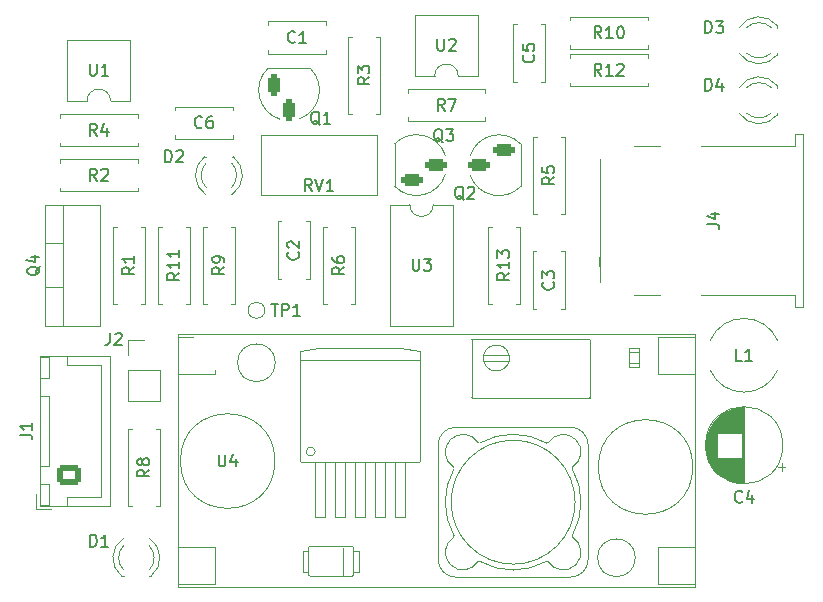
<source format=gto>
%TF.GenerationSoftware,KiCad,Pcbnew,(5.99.0-12255-gad1ee958b0)*%
%TF.CreationDate,2021-11-28T16:30:05+01:00*%
%TF.ProjectId,RPi_car_HAT,5250695f-6361-4725-9f48-41542e6b6963,rev?*%
%TF.SameCoordinates,Original*%
%TF.FileFunction,Legend,Top*%
%TF.FilePolarity,Positive*%
%FSLAX46Y46*%
G04 Gerber Fmt 4.6, Leading zero omitted, Abs format (unit mm)*
G04 Created by KiCad (PCBNEW (5.99.0-12255-gad1ee958b0)) date 2021-11-28 16:30:05*
%MOMM*%
%LPD*%
G01*
G04 APERTURE LIST*
G04 Aperture macros list*
%AMRoundRect*
0 Rectangle with rounded corners*
0 $1 Rounding radius*
0 $2 $3 $4 $5 $6 $7 $8 $9 X,Y pos of 4 corners*
0 Add a 4 corners polygon primitive as box body*
4,1,4,$2,$3,$4,$5,$6,$7,$8,$9,$2,$3,0*
0 Add four circle primitives for the rounded corners*
1,1,$1+$1,$2,$3*
1,1,$1+$1,$4,$5*
1,1,$1+$1,$6,$7*
1,1,$1+$1,$8,$9*
0 Add four rect primitives between the rounded corners*
20,1,$1+$1,$2,$3,$4,$5,0*
20,1,$1+$1,$4,$5,$6,$7,0*
20,1,$1+$1,$6,$7,$8,$9,0*
20,1,$1+$1,$8,$9,$2,$3,0*%
G04 Aperture macros list end*
%ADD10C,0.150000*%
%ADD11C,0.120000*%
%ADD12C,3.000000*%
%ADD13C,1.000000*%
%ADD14C,1.600000*%
%ADD15O,1.600000X1.600000*%
%ADD16C,1.440000*%
%ADD17R,1.600000X1.600000*%
%ADD18R,1.500000X1.500000*%
%ADD19C,1.500000*%
%ADD20R,1.800000X1.100000*%
%ADD21RoundRect,0.275000X0.625000X-0.275000X0.625000X0.275000X-0.625000X0.275000X-0.625000X-0.275000X0*%
%ADD22R,1.800000X1.800000*%
%ADD23C,1.800000*%
%ADD24RoundRect,0.275000X-0.625000X0.275000X-0.625000X-0.275000X0.625000X-0.275000X0.625000X0.275000X0*%
%ADD25RoundRect,0.250000X0.725000X-0.600000X0.725000X0.600000X-0.725000X0.600000X-0.725000X-0.600000X0*%
%ADD26O,1.950000X1.700000*%
%ADD27R,1.100000X1.800000*%
%ADD28RoundRect,0.275000X0.275000X0.625000X-0.275000X0.625000X-0.275000X-0.625000X0.275000X-0.625000X0*%
%ADD29R,2.540000X2.540000*%
%ADD30C,2.540000*%
%ADD31R,2.000000X1.905000*%
%ADD32O,2.000000X1.905000*%
%ADD33C,2.000000*%
%ADD34R,1.700000X1.700000*%
%ADD35O,1.700000X1.700000*%
G04 APERTURE END LIST*
D10*
X99703095Y-92162380D02*
X100274523Y-92162380D01*
X99988809Y-93162380D02*
X99988809Y-92162380D01*
X100607857Y-93162380D02*
X100607857Y-92162380D01*
X100988809Y-92162380D01*
X101084047Y-92210000D01*
X101131666Y-92257619D01*
X101179285Y-92352857D01*
X101179285Y-92495714D01*
X101131666Y-92590952D01*
X101084047Y-92638571D01*
X100988809Y-92686190D01*
X100607857Y-92686190D01*
X102131666Y-93162380D02*
X101560238Y-93162380D01*
X101845952Y-93162380D02*
X101845952Y-92162380D01*
X101750714Y-92305238D01*
X101655476Y-92400476D01*
X101560238Y-92448095D01*
X105862380Y-89066666D02*
X105386190Y-89400000D01*
X105862380Y-89638095D02*
X104862380Y-89638095D01*
X104862380Y-89257142D01*
X104910000Y-89161904D01*
X104957619Y-89114285D01*
X105052857Y-89066666D01*
X105195714Y-89066666D01*
X105290952Y-89114285D01*
X105338571Y-89161904D01*
X105386190Y-89257142D01*
X105386190Y-89638095D01*
X104862380Y-88209523D02*
X104862380Y-88400000D01*
X104910000Y-88495238D01*
X104957619Y-88542857D01*
X105100476Y-88638095D01*
X105290952Y-88685714D01*
X105671904Y-88685714D01*
X105767142Y-88638095D01*
X105814761Y-88590476D01*
X105862380Y-88495238D01*
X105862380Y-88304761D01*
X105814761Y-88209523D01*
X105767142Y-88161904D01*
X105671904Y-88114285D01*
X105433809Y-88114285D01*
X105338571Y-88161904D01*
X105290952Y-88209523D01*
X105243333Y-88304761D01*
X105243333Y-88495238D01*
X105290952Y-88590476D01*
X105338571Y-88638095D01*
X105433809Y-88685714D01*
X103129516Y-82621380D02*
X102796183Y-82145190D01*
X102558088Y-82621380D02*
X102558088Y-81621380D01*
X102939040Y-81621380D01*
X103034278Y-81669000D01*
X103081897Y-81716619D01*
X103129516Y-81811857D01*
X103129516Y-81954714D01*
X103081897Y-82049952D01*
X103034278Y-82097571D01*
X102939040Y-82145190D01*
X102558088Y-82145190D01*
X103415231Y-81621380D02*
X103748564Y-82621380D01*
X104081897Y-81621380D01*
X104939040Y-82621380D02*
X104367612Y-82621380D01*
X104653326Y-82621380D02*
X104653326Y-81621380D01*
X104558088Y-81764238D01*
X104462850Y-81859476D01*
X104367612Y-81907095D01*
X84318095Y-71842380D02*
X84318095Y-72651904D01*
X84365714Y-72747142D01*
X84413333Y-72794761D01*
X84508571Y-72842380D01*
X84699047Y-72842380D01*
X84794285Y-72794761D01*
X84841904Y-72747142D01*
X84889523Y-72651904D01*
X84889523Y-71842380D01*
X85889523Y-72842380D02*
X85318095Y-72842380D01*
X85603809Y-72842380D02*
X85603809Y-71842380D01*
X85508571Y-71985238D01*
X85413333Y-72080476D01*
X85318095Y-72128095D01*
X136612380Y-85423333D02*
X137326666Y-85423333D01*
X137469523Y-85470952D01*
X137564761Y-85566190D01*
X137612380Y-85709047D01*
X137612380Y-85804285D01*
X136945714Y-84518571D02*
X137612380Y-84518571D01*
X136564761Y-84756666D02*
X137279047Y-84994761D01*
X137279047Y-84375714D01*
X127627142Y-69667380D02*
X127293809Y-69191190D01*
X127055714Y-69667380D02*
X127055714Y-68667380D01*
X127436666Y-68667380D01*
X127531904Y-68715000D01*
X127579523Y-68762619D01*
X127627142Y-68857857D01*
X127627142Y-69000714D01*
X127579523Y-69095952D01*
X127531904Y-69143571D01*
X127436666Y-69191190D01*
X127055714Y-69191190D01*
X128579523Y-69667380D02*
X128008095Y-69667380D01*
X128293809Y-69667380D02*
X128293809Y-68667380D01*
X128198571Y-68810238D01*
X128103333Y-68905476D01*
X128008095Y-68953095D01*
X129198571Y-68667380D02*
X129293809Y-68667380D01*
X129389047Y-68715000D01*
X129436666Y-68762619D01*
X129484285Y-68857857D01*
X129531904Y-69048333D01*
X129531904Y-69286428D01*
X129484285Y-69476904D01*
X129436666Y-69572142D01*
X129389047Y-69619761D01*
X129293809Y-69667380D01*
X129198571Y-69667380D01*
X129103333Y-69619761D01*
X129055714Y-69572142D01*
X129008095Y-69476904D01*
X128960476Y-69286428D01*
X128960476Y-69048333D01*
X129008095Y-68857857D01*
X129055714Y-68762619D01*
X129103333Y-68715000D01*
X129198571Y-68667380D01*
X107987135Y-72971910D02*
X107510945Y-73305244D01*
X107987135Y-73543339D02*
X106987135Y-73543339D01*
X106987135Y-73162386D01*
X107034755Y-73067148D01*
X107082374Y-73019529D01*
X107177612Y-72971910D01*
X107320469Y-72971910D01*
X107415707Y-73019529D01*
X107463326Y-73067148D01*
X107510945Y-73162386D01*
X107510945Y-73543339D01*
X106987135Y-72638577D02*
X106987135Y-72019529D01*
X107368088Y-72352863D01*
X107368088Y-72210005D01*
X107415707Y-72114767D01*
X107463326Y-72067148D01*
X107558564Y-72019529D01*
X107796659Y-72019529D01*
X107891897Y-72067148D01*
X107939516Y-72114767D01*
X107987135Y-72210005D01*
X107987135Y-72495720D01*
X107939516Y-72590958D01*
X107891897Y-72638577D01*
X88082380Y-89066666D02*
X87606190Y-89400000D01*
X88082380Y-89638095D02*
X87082380Y-89638095D01*
X87082380Y-89257142D01*
X87130000Y-89161904D01*
X87177619Y-89114285D01*
X87272857Y-89066666D01*
X87415714Y-89066666D01*
X87510952Y-89114285D01*
X87558571Y-89161904D01*
X87606190Y-89257142D01*
X87606190Y-89638095D01*
X88082380Y-88114285D02*
X88082380Y-88685714D01*
X88082380Y-88400000D02*
X87082380Y-88400000D01*
X87225238Y-88495238D01*
X87320476Y-88590476D01*
X87368095Y-88685714D01*
X115982761Y-83351619D02*
X115887523Y-83304000D01*
X115792285Y-83208761D01*
X115649428Y-83065904D01*
X115554190Y-83018285D01*
X115458952Y-83018285D01*
X115506571Y-83256380D02*
X115411333Y-83208761D01*
X115316095Y-83113523D01*
X115268476Y-82923047D01*
X115268476Y-82589714D01*
X115316095Y-82399238D01*
X115411333Y-82304000D01*
X115506571Y-82256380D01*
X115697047Y-82256380D01*
X115792285Y-82304000D01*
X115887523Y-82399238D01*
X115935142Y-82589714D01*
X115935142Y-82923047D01*
X115887523Y-83113523D01*
X115792285Y-83208761D01*
X115697047Y-83256380D01*
X115506571Y-83256380D01*
X116316095Y-82351619D02*
X116363714Y-82304000D01*
X116458952Y-82256380D01*
X116697047Y-82256380D01*
X116792285Y-82304000D01*
X116839904Y-82351619D01*
X116887523Y-82446857D01*
X116887523Y-82542095D01*
X116839904Y-82684952D01*
X116268476Y-83256380D01*
X116887523Y-83256380D01*
X93813333Y-77192142D02*
X93765714Y-77239761D01*
X93622857Y-77287380D01*
X93527619Y-77287380D01*
X93384761Y-77239761D01*
X93289523Y-77144523D01*
X93241904Y-77049285D01*
X93194285Y-76858809D01*
X93194285Y-76715952D01*
X93241904Y-76525476D01*
X93289523Y-76430238D01*
X93384761Y-76335000D01*
X93527619Y-76287380D01*
X93622857Y-76287380D01*
X93765714Y-76335000D01*
X93813333Y-76382619D01*
X94670476Y-76287380D02*
X94480000Y-76287380D01*
X94384761Y-76335000D01*
X94337142Y-76382619D01*
X94241904Y-76525476D01*
X94194285Y-76715952D01*
X94194285Y-77096904D01*
X94241904Y-77192142D01*
X94289523Y-77239761D01*
X94384761Y-77287380D01*
X94575238Y-77287380D01*
X94670476Y-77239761D01*
X94718095Y-77192142D01*
X94765714Y-77096904D01*
X94765714Y-76858809D01*
X94718095Y-76763571D01*
X94670476Y-76715952D01*
X94575238Y-76668333D01*
X94384761Y-76668333D01*
X94289523Y-76715952D01*
X94241904Y-76763571D01*
X94194285Y-76858809D01*
X111643095Y-88352380D02*
X111643095Y-89161904D01*
X111690714Y-89257142D01*
X111738333Y-89304761D01*
X111833571Y-89352380D01*
X112024047Y-89352380D01*
X112119285Y-89304761D01*
X112166904Y-89257142D01*
X112214523Y-89161904D01*
X112214523Y-88352380D01*
X112595476Y-88352380D02*
X113214523Y-88352380D01*
X112881190Y-88733333D01*
X113024047Y-88733333D01*
X113119285Y-88780952D01*
X113166904Y-88828571D01*
X113214523Y-88923809D01*
X113214523Y-89161904D01*
X113166904Y-89257142D01*
X113119285Y-89304761D01*
X113024047Y-89352380D01*
X112738333Y-89352380D01*
X112643095Y-89304761D01*
X112595476Y-89257142D01*
X84351904Y-112720380D02*
X84351904Y-111720380D01*
X84590000Y-111720380D01*
X84732857Y-111768000D01*
X84828095Y-111863238D01*
X84875714Y-111958476D01*
X84923333Y-112148952D01*
X84923333Y-112291809D01*
X84875714Y-112482285D01*
X84828095Y-112577523D01*
X84732857Y-112672761D01*
X84590000Y-112720380D01*
X84351904Y-112720380D01*
X85875714Y-112720380D02*
X85304285Y-112720380D01*
X85590000Y-112720380D02*
X85590000Y-111720380D01*
X85494761Y-111863238D01*
X85399523Y-111958476D01*
X85304285Y-112006095D01*
X136421904Y-74112380D02*
X136421904Y-73112380D01*
X136660000Y-73112380D01*
X136802857Y-73160000D01*
X136898095Y-73255238D01*
X136945714Y-73350476D01*
X136993333Y-73540952D01*
X136993333Y-73683809D01*
X136945714Y-73874285D01*
X136898095Y-73969523D01*
X136802857Y-74064761D01*
X136660000Y-74112380D01*
X136421904Y-74112380D01*
X137850476Y-73445714D02*
X137850476Y-74112380D01*
X137612380Y-73064761D02*
X137374285Y-73779047D01*
X137993333Y-73779047D01*
X114204761Y-78472932D02*
X114109523Y-78425313D01*
X114014285Y-78330074D01*
X113871428Y-78187217D01*
X113776190Y-78139598D01*
X113680952Y-78139598D01*
X113728571Y-78377693D02*
X113633333Y-78330074D01*
X113538095Y-78234836D01*
X113490476Y-78044360D01*
X113490476Y-77711027D01*
X113538095Y-77520551D01*
X113633333Y-77425313D01*
X113728571Y-77377693D01*
X113919047Y-77377693D01*
X114014285Y-77425313D01*
X114109523Y-77520551D01*
X114157142Y-77711027D01*
X114157142Y-78044360D01*
X114109523Y-78234836D01*
X114014285Y-78330074D01*
X113919047Y-78377693D01*
X113728571Y-78377693D01*
X114490476Y-77377693D02*
X115109523Y-77377693D01*
X114776190Y-77758646D01*
X114919047Y-77758646D01*
X115014285Y-77806265D01*
X115061904Y-77853884D01*
X115109523Y-77949122D01*
X115109523Y-78187217D01*
X115061904Y-78282455D01*
X115014285Y-78330074D01*
X114919047Y-78377693D01*
X114633333Y-78377693D01*
X114538095Y-78330074D01*
X114490476Y-78282455D01*
X89352380Y-106211666D02*
X88876190Y-106545000D01*
X89352380Y-106783095D02*
X88352380Y-106783095D01*
X88352380Y-106402142D01*
X88400000Y-106306904D01*
X88447619Y-106259285D01*
X88542857Y-106211666D01*
X88685714Y-106211666D01*
X88780952Y-106259285D01*
X88828571Y-106306904D01*
X88876190Y-106402142D01*
X88876190Y-106783095D01*
X88780952Y-105640238D02*
X88733333Y-105735476D01*
X88685714Y-105783095D01*
X88590476Y-105830714D01*
X88542857Y-105830714D01*
X88447619Y-105783095D01*
X88400000Y-105735476D01*
X88352380Y-105640238D01*
X88352380Y-105449761D01*
X88400000Y-105354523D01*
X88447619Y-105306904D01*
X88542857Y-105259285D01*
X88590476Y-105259285D01*
X88685714Y-105306904D01*
X88733333Y-105354523D01*
X88780952Y-105449761D01*
X88780952Y-105640238D01*
X88828571Y-105735476D01*
X88876190Y-105783095D01*
X88971428Y-105830714D01*
X89161904Y-105830714D01*
X89257142Y-105783095D01*
X89304761Y-105735476D01*
X89352380Y-105640238D01*
X89352380Y-105449761D01*
X89304761Y-105354523D01*
X89257142Y-105306904D01*
X89161904Y-105259285D01*
X88971428Y-105259285D01*
X88876190Y-105306904D01*
X88828571Y-105354523D01*
X88780952Y-105449761D01*
X136421904Y-69223772D02*
X136421904Y-68223772D01*
X136660000Y-68223772D01*
X136802857Y-68271392D01*
X136898095Y-68366630D01*
X136945714Y-68461868D01*
X136993333Y-68652344D01*
X136993333Y-68795201D01*
X136945714Y-68985677D01*
X136898095Y-69080915D01*
X136802857Y-69176153D01*
X136660000Y-69223772D01*
X136421904Y-69223772D01*
X137326666Y-68223772D02*
X137945714Y-68223772D01*
X137612380Y-68604725D01*
X137755238Y-68604725D01*
X137850476Y-68652344D01*
X137898095Y-68699963D01*
X137945714Y-68795201D01*
X137945714Y-69033296D01*
X137898095Y-69128534D01*
X137850476Y-69176153D01*
X137755238Y-69223772D01*
X137469523Y-69223772D01*
X137374285Y-69176153D01*
X137326666Y-69128534D01*
X127627142Y-72842380D02*
X127293809Y-72366190D01*
X127055714Y-72842380D02*
X127055714Y-71842380D01*
X127436666Y-71842380D01*
X127531904Y-71890000D01*
X127579523Y-71937619D01*
X127627142Y-72032857D01*
X127627142Y-72175714D01*
X127579523Y-72270952D01*
X127531904Y-72318571D01*
X127436666Y-72366190D01*
X127055714Y-72366190D01*
X128579523Y-72842380D02*
X128008095Y-72842380D01*
X128293809Y-72842380D02*
X128293809Y-71842380D01*
X128198571Y-71985238D01*
X128103333Y-72080476D01*
X128008095Y-72128095D01*
X128960476Y-71937619D02*
X129008095Y-71890000D01*
X129103333Y-71842380D01*
X129341428Y-71842380D01*
X129436666Y-71890000D01*
X129484285Y-71937619D01*
X129531904Y-72032857D01*
X129531904Y-72128095D01*
X129484285Y-72270952D01*
X128912857Y-72842380D01*
X129531904Y-72842380D01*
X95702380Y-89066666D02*
X95226190Y-89400000D01*
X95702380Y-89638095D02*
X94702380Y-89638095D01*
X94702380Y-89257142D01*
X94750000Y-89161904D01*
X94797619Y-89114285D01*
X94892857Y-89066666D01*
X95035714Y-89066666D01*
X95130952Y-89114285D01*
X95178571Y-89161904D01*
X95226190Y-89257142D01*
X95226190Y-89638095D01*
X95702380Y-88590476D02*
X95702380Y-88400000D01*
X95654761Y-88304761D01*
X95607142Y-88257142D01*
X95464285Y-88161904D01*
X95273809Y-88114285D01*
X94892857Y-88114285D01*
X94797619Y-88161904D01*
X94750000Y-88209523D01*
X94702380Y-88304761D01*
X94702380Y-88495238D01*
X94750000Y-88590476D01*
X94797619Y-88638095D01*
X94892857Y-88685714D01*
X95130952Y-88685714D01*
X95226190Y-88638095D01*
X95273809Y-88590476D01*
X95321428Y-88495238D01*
X95321428Y-88304761D01*
X95273809Y-88209523D01*
X95226190Y-88161904D01*
X95130952Y-88114285D01*
X119832380Y-89542857D02*
X119356190Y-89876190D01*
X119832380Y-90114285D02*
X118832380Y-90114285D01*
X118832380Y-89733333D01*
X118880000Y-89638095D01*
X118927619Y-89590476D01*
X119022857Y-89542857D01*
X119165714Y-89542857D01*
X119260952Y-89590476D01*
X119308571Y-89638095D01*
X119356190Y-89733333D01*
X119356190Y-90114285D01*
X119832380Y-88590476D02*
X119832380Y-89161904D01*
X119832380Y-88876190D02*
X118832380Y-88876190D01*
X118975238Y-88971428D01*
X119070476Y-89066666D01*
X119118095Y-89161904D01*
X118832380Y-88257142D02*
X118832380Y-87638095D01*
X119213333Y-87971428D01*
X119213333Y-87828571D01*
X119260952Y-87733333D01*
X119308571Y-87685714D01*
X119403809Y-87638095D01*
X119641904Y-87638095D01*
X119737142Y-87685714D01*
X119784761Y-87733333D01*
X119832380Y-87828571D01*
X119832380Y-88114285D01*
X119784761Y-88209523D01*
X119737142Y-88257142D01*
X78452380Y-103263333D02*
X79166666Y-103263333D01*
X79309523Y-103310952D01*
X79404761Y-103406190D01*
X79452380Y-103549047D01*
X79452380Y-103644285D01*
X79452380Y-102263333D02*
X79452380Y-102834761D01*
X79452380Y-102549047D02*
X78452380Y-102549047D01*
X78595238Y-102644285D01*
X78690476Y-102739523D01*
X78738095Y-102834761D01*
X113747850Y-69717624D02*
X113747850Y-70527148D01*
X113795469Y-70622386D01*
X113843088Y-70670005D01*
X113938326Y-70717624D01*
X114128802Y-70717624D01*
X114224040Y-70670005D01*
X114271659Y-70622386D01*
X114319278Y-70527148D01*
X114319278Y-69717624D01*
X114747850Y-69812863D02*
X114795469Y-69765244D01*
X114890707Y-69717624D01*
X115128802Y-69717624D01*
X115224040Y-69765244D01*
X115271659Y-69812863D01*
X115319278Y-69908101D01*
X115319278Y-70003339D01*
X115271659Y-70146196D01*
X114700231Y-70717624D01*
X115319278Y-70717624D01*
X103790761Y-77001619D02*
X103695523Y-76954000D01*
X103600285Y-76858761D01*
X103457428Y-76715904D01*
X103362190Y-76668285D01*
X103266952Y-76668285D01*
X103314571Y-76906380D02*
X103219333Y-76858761D01*
X103124095Y-76763523D01*
X103076476Y-76573047D01*
X103076476Y-76239714D01*
X103124095Y-76049238D01*
X103219333Y-75954000D01*
X103314571Y-75906380D01*
X103505047Y-75906380D01*
X103600285Y-75954000D01*
X103695523Y-76049238D01*
X103743142Y-76239714D01*
X103743142Y-76573047D01*
X103695523Y-76763523D01*
X103600285Y-76858761D01*
X103505047Y-76906380D01*
X103314571Y-76906380D01*
X104695523Y-76906380D02*
X104124095Y-76906380D01*
X104409809Y-76906380D02*
X104409809Y-75906380D01*
X104314571Y-76049238D01*
X104219333Y-76144476D01*
X104124095Y-76192095D01*
X84923333Y-77922380D02*
X84590000Y-77446190D01*
X84351904Y-77922380D02*
X84351904Y-76922380D01*
X84732857Y-76922380D01*
X84828095Y-76970000D01*
X84875714Y-77017619D01*
X84923333Y-77112857D01*
X84923333Y-77255714D01*
X84875714Y-77350952D01*
X84828095Y-77398571D01*
X84732857Y-77446190D01*
X84351904Y-77446190D01*
X85780476Y-77255714D02*
X85780476Y-77922380D01*
X85542380Y-76874761D02*
X85304285Y-77589047D01*
X85923333Y-77589047D01*
X139553333Y-108897142D02*
X139505714Y-108944761D01*
X139362857Y-108992380D01*
X139267619Y-108992380D01*
X139124761Y-108944761D01*
X139029523Y-108849523D01*
X138981904Y-108754285D01*
X138934285Y-108563809D01*
X138934285Y-108420952D01*
X138981904Y-108230476D01*
X139029523Y-108135238D01*
X139124761Y-108040000D01*
X139267619Y-107992380D01*
X139362857Y-107992380D01*
X139505714Y-108040000D01*
X139553333Y-108087619D01*
X140410476Y-108325714D02*
X140410476Y-108992380D01*
X140172380Y-107944761D02*
X139934285Y-108659047D01*
X140553333Y-108659047D01*
X95229761Y-104929798D02*
X95229761Y-105739322D01*
X95277380Y-105834560D01*
X95324999Y-105882179D01*
X95420237Y-105929798D01*
X95610713Y-105929798D01*
X95705951Y-105882179D01*
X95753570Y-105834560D01*
X95801189Y-105739322D01*
X95801189Y-104929798D01*
X96705951Y-105263132D02*
X96705951Y-105929798D01*
X96467856Y-104882179D02*
X96229761Y-105596465D01*
X96848808Y-105596465D01*
X80097619Y-88995238D02*
X80050000Y-89090476D01*
X79954761Y-89185714D01*
X79811904Y-89328571D01*
X79764285Y-89423809D01*
X79764285Y-89519047D01*
X80002380Y-89471428D02*
X79954761Y-89566666D01*
X79859523Y-89661904D01*
X79669047Y-89709523D01*
X79335714Y-89709523D01*
X79145238Y-89661904D01*
X79050000Y-89566666D01*
X79002380Y-89471428D01*
X79002380Y-89280952D01*
X79050000Y-89185714D01*
X79145238Y-89090476D01*
X79335714Y-89042857D01*
X79669047Y-89042857D01*
X79859523Y-89090476D01*
X79954761Y-89185714D01*
X80002380Y-89280952D01*
X80002380Y-89471428D01*
X79335714Y-88185714D02*
X80002380Y-88185714D01*
X78954761Y-88423809D02*
X79669047Y-88661904D01*
X79669047Y-88042857D01*
X123547142Y-90336666D02*
X123594761Y-90384285D01*
X123642380Y-90527142D01*
X123642380Y-90622380D01*
X123594761Y-90765238D01*
X123499523Y-90860476D01*
X123404285Y-90908095D01*
X123213809Y-90955714D01*
X123070952Y-90955714D01*
X122880476Y-90908095D01*
X122785238Y-90860476D01*
X122690000Y-90765238D01*
X122642380Y-90622380D01*
X122642380Y-90527142D01*
X122690000Y-90384285D01*
X122737619Y-90336666D01*
X122642380Y-90003333D02*
X122642380Y-89384285D01*
X123023333Y-89717619D01*
X123023333Y-89574761D01*
X123070952Y-89479523D01*
X123118571Y-89431904D01*
X123213809Y-89384285D01*
X123451904Y-89384285D01*
X123547142Y-89431904D01*
X123594761Y-89479523D01*
X123642380Y-89574761D01*
X123642380Y-89860476D01*
X123594761Y-89955714D01*
X123547142Y-90003333D01*
X90701904Y-80167380D02*
X90701904Y-79167380D01*
X90940000Y-79167380D01*
X91082857Y-79215000D01*
X91178095Y-79310238D01*
X91225714Y-79405476D01*
X91273333Y-79595952D01*
X91273333Y-79738809D01*
X91225714Y-79929285D01*
X91178095Y-80024523D01*
X91082857Y-80119761D01*
X90940000Y-80167380D01*
X90701904Y-80167380D01*
X91654285Y-79262619D02*
X91701904Y-79215000D01*
X91797142Y-79167380D01*
X92035238Y-79167380D01*
X92130476Y-79215000D01*
X92178095Y-79262619D01*
X92225714Y-79357857D01*
X92225714Y-79453095D01*
X92178095Y-79595952D01*
X91606666Y-80167380D01*
X92225714Y-80167380D01*
X114353088Y-75797624D02*
X114019755Y-75321434D01*
X113781659Y-75797624D02*
X113781659Y-74797624D01*
X114162612Y-74797624D01*
X114257850Y-74845244D01*
X114305469Y-74892863D01*
X114353088Y-74988101D01*
X114353088Y-75130958D01*
X114305469Y-75226196D01*
X114257850Y-75273815D01*
X114162612Y-75321434D01*
X113781659Y-75321434D01*
X114686421Y-74797624D02*
X115353088Y-74797624D01*
X114924516Y-75797624D01*
X101957142Y-87796666D02*
X102004761Y-87844285D01*
X102052380Y-87987142D01*
X102052380Y-88082380D01*
X102004761Y-88225238D01*
X101909523Y-88320476D01*
X101814285Y-88368095D01*
X101623809Y-88415714D01*
X101480952Y-88415714D01*
X101290476Y-88368095D01*
X101195238Y-88320476D01*
X101100000Y-88225238D01*
X101052380Y-88082380D01*
X101052380Y-87987142D01*
X101100000Y-87844285D01*
X101147619Y-87796666D01*
X101147619Y-87415714D02*
X101100000Y-87368095D01*
X101052380Y-87272857D01*
X101052380Y-87034761D01*
X101100000Y-86939523D01*
X101147619Y-86891904D01*
X101242857Y-86844285D01*
X101338095Y-86844285D01*
X101480952Y-86891904D01*
X102052380Y-87463333D01*
X102052380Y-86844285D01*
X139533333Y-96972380D02*
X139057142Y-96972380D01*
X139057142Y-95972380D01*
X140390476Y-96972380D02*
X139819047Y-96972380D01*
X140104761Y-96972380D02*
X140104761Y-95972380D01*
X140009523Y-96115238D01*
X139914285Y-96210476D01*
X139819047Y-96258095D01*
X86026666Y-94642380D02*
X86026666Y-95356666D01*
X85979047Y-95499523D01*
X85883809Y-95594761D01*
X85740952Y-95642380D01*
X85645714Y-95642380D01*
X86455238Y-94737619D02*
X86502857Y-94690000D01*
X86598095Y-94642380D01*
X86836190Y-94642380D01*
X86931428Y-94690000D01*
X86979047Y-94737619D01*
X87026666Y-94832857D01*
X87026666Y-94928095D01*
X86979047Y-95070952D01*
X86407619Y-95642380D01*
X87026666Y-95642380D01*
X91892380Y-89542857D02*
X91416190Y-89876190D01*
X91892380Y-90114285D02*
X90892380Y-90114285D01*
X90892380Y-89733333D01*
X90940000Y-89638095D01*
X90987619Y-89590476D01*
X91082857Y-89542857D01*
X91225714Y-89542857D01*
X91320952Y-89590476D01*
X91368571Y-89638095D01*
X91416190Y-89733333D01*
X91416190Y-90114285D01*
X91892380Y-88590476D02*
X91892380Y-89161904D01*
X91892380Y-88876190D02*
X90892380Y-88876190D01*
X91035238Y-88971428D01*
X91130476Y-89066666D01*
X91178095Y-89161904D01*
X91892380Y-87638095D02*
X91892380Y-88209523D01*
X91892380Y-87923809D02*
X90892380Y-87923809D01*
X91035238Y-88019047D01*
X91130476Y-88114285D01*
X91178095Y-88209523D01*
X123642380Y-81446666D02*
X123166190Y-81780000D01*
X123642380Y-82018095D02*
X122642380Y-82018095D01*
X122642380Y-81637142D01*
X122690000Y-81541904D01*
X122737619Y-81494285D01*
X122832857Y-81446666D01*
X122975714Y-81446666D01*
X123070952Y-81494285D01*
X123118571Y-81541904D01*
X123166190Y-81637142D01*
X123166190Y-82018095D01*
X122642380Y-80541904D02*
X122642380Y-81018095D01*
X123118571Y-81065714D01*
X123070952Y-81018095D01*
X123023333Y-80922857D01*
X123023333Y-80684761D01*
X123070952Y-80589523D01*
X123118571Y-80541904D01*
X123213809Y-80494285D01*
X123451904Y-80494285D01*
X123547142Y-80541904D01*
X123594761Y-80589523D01*
X123642380Y-80684761D01*
X123642380Y-80922857D01*
X123594761Y-81018095D01*
X123547142Y-81065714D01*
X101693088Y-69987386D02*
X101645469Y-70035005D01*
X101502612Y-70082624D01*
X101407374Y-70082624D01*
X101264516Y-70035005D01*
X101169278Y-69939767D01*
X101121659Y-69844529D01*
X101074040Y-69654053D01*
X101074040Y-69511196D01*
X101121659Y-69320720D01*
X101169278Y-69225482D01*
X101264516Y-69130244D01*
X101407374Y-69082624D01*
X101502612Y-69082624D01*
X101645469Y-69130244D01*
X101693088Y-69177863D01*
X102645469Y-70082624D02*
X102074040Y-70082624D01*
X102359755Y-70082624D02*
X102359755Y-69082624D01*
X102264516Y-69225482D01*
X102169278Y-69320720D01*
X102074040Y-69368339D01*
X84923333Y-81732380D02*
X84590000Y-81256190D01*
X84351904Y-81732380D02*
X84351904Y-80732380D01*
X84732857Y-80732380D01*
X84828095Y-80780000D01*
X84875714Y-80827619D01*
X84923333Y-80922857D01*
X84923333Y-81065714D01*
X84875714Y-81160952D01*
X84828095Y-81208571D01*
X84732857Y-81256190D01*
X84351904Y-81256190D01*
X85304285Y-80827619D02*
X85351904Y-80780000D01*
X85447142Y-80732380D01*
X85685238Y-80732380D01*
X85780476Y-80780000D01*
X85828095Y-80827619D01*
X85875714Y-80922857D01*
X85875714Y-81018095D01*
X85828095Y-81160952D01*
X85256666Y-81732380D01*
X85875714Y-81732380D01*
X121861897Y-71106910D02*
X121909516Y-71154529D01*
X121957135Y-71297386D01*
X121957135Y-71392624D01*
X121909516Y-71535482D01*
X121814278Y-71630720D01*
X121719040Y-71678339D01*
X121528564Y-71725958D01*
X121385707Y-71725958D01*
X121195231Y-71678339D01*
X121099993Y-71630720D01*
X121004755Y-71535482D01*
X120957135Y-71392624D01*
X120957135Y-71297386D01*
X121004755Y-71154529D01*
X121052374Y-71106910D01*
X120957135Y-70202148D02*
X120957135Y-70678339D01*
X121433326Y-70725958D01*
X121385707Y-70678339D01*
X121338088Y-70583101D01*
X121338088Y-70345005D01*
X121385707Y-70249767D01*
X121433326Y-70202148D01*
X121528564Y-70154529D01*
X121766659Y-70154529D01*
X121861897Y-70202148D01*
X121909516Y-70249767D01*
X121957135Y-70345005D01*
X121957135Y-70583101D01*
X121909516Y-70678339D01*
X121861897Y-70725958D01*
D11*
X99125000Y-92710000D02*
G75*
G03*
X99125000Y-92710000I-700000J0D01*
G01*
X104040000Y-92170000D02*
X104040000Y-85630000D01*
X104040000Y-85630000D02*
X104370000Y-85630000D01*
X106780000Y-92170000D02*
X106780000Y-85630000D01*
X106450000Y-92170000D02*
X106780000Y-92170000D01*
X106780000Y-85630000D02*
X106450000Y-85630000D01*
X104370000Y-92170000D02*
X104040000Y-92170000D01*
X108609755Y-82955244D02*
X98839755Y-82955244D01*
X108609755Y-77885244D02*
X98839755Y-77885244D01*
X108609755Y-82955244D02*
X108609755Y-77885244D01*
X98839755Y-82955244D02*
X98839755Y-77885244D01*
X82430000Y-69795000D02*
X82430000Y-74995000D01*
X86080000Y-74995000D02*
X87730000Y-74995000D01*
X87730000Y-69795000D02*
X82430000Y-69795000D01*
X82430000Y-74995000D02*
X84080000Y-74995000D01*
X87730000Y-74995000D02*
X87730000Y-69795000D01*
X84080000Y-74995000D02*
G75*
G02*
X86080000Y-74995000I1000000J0D01*
G01*
X144060000Y-92400000D02*
X144060000Y-91400000D01*
X144680000Y-77780000D02*
X144680000Y-92400000D01*
X132590000Y-91400000D02*
X130410000Y-91400000D01*
X132590000Y-78780000D02*
X130410000Y-78780000D01*
X144680000Y-92400000D02*
X144060000Y-92400000D01*
X144060000Y-78780000D02*
X144060000Y-77780000D01*
X127560000Y-90280000D02*
X127560000Y-79900000D01*
X136090000Y-78780000D02*
X144060000Y-78780000D01*
X144060000Y-91400000D02*
X136090000Y-91400000D01*
X127410000Y-88190000D02*
X127410000Y-88990000D01*
X144060000Y-77780000D02*
X144680000Y-77780000D01*
X125000000Y-67845000D02*
X131540000Y-67845000D01*
X125000000Y-70255000D02*
X125000000Y-70585000D01*
X125000000Y-68175000D02*
X125000000Y-67845000D01*
X131540000Y-70585000D02*
X131540000Y-70255000D01*
X125000000Y-70585000D02*
X131540000Y-70585000D01*
X131540000Y-67845000D02*
X131540000Y-68175000D01*
X106164755Y-76075244D02*
X106164755Y-69535244D01*
X106494755Y-76075244D02*
X106164755Y-76075244D01*
X106164755Y-69535244D02*
X106494755Y-69535244D01*
X108574755Y-76075244D02*
X108904755Y-76075244D01*
X108904755Y-76075244D02*
X108904755Y-69535244D01*
X108904755Y-69535244D02*
X108574755Y-69535244D01*
X89000000Y-92170000D02*
X89000000Y-85630000D01*
X89000000Y-85630000D02*
X88670000Y-85630000D01*
X86260000Y-92170000D02*
X86260000Y-85630000D01*
X86590000Y-92170000D02*
X86260000Y-92170000D01*
X88670000Y-92170000D02*
X89000000Y-92170000D01*
X86260000Y-85630000D02*
X86590000Y-85630000D01*
X120814755Y-82225244D02*
X120814755Y-78625244D01*
X120792439Y-78616799D02*
G75*
G03*
X116514755Y-79645244I-1827684J-1808445D01*
G01*
X120806496Y-82237119D02*
G75*
G02*
X116514755Y-81245244I-1841741J1811875D01*
G01*
X91510000Y-75465000D02*
X96450000Y-75465000D01*
X91510000Y-78205000D02*
X96450000Y-78205000D01*
X91510000Y-77890000D02*
X91510000Y-78205000D01*
X96450000Y-77890000D02*
X96450000Y-78205000D01*
X96450000Y-75465000D02*
X96450000Y-75780000D01*
X91510000Y-75465000D02*
X91510000Y-75780000D01*
X109755000Y-83770000D02*
X109755000Y-94050000D01*
X109755000Y-94050000D02*
X115055000Y-94050000D01*
X115055000Y-94050000D02*
X115055000Y-83770000D01*
X115055000Y-83770000D02*
X113405000Y-83770000D01*
X111405000Y-83770000D02*
X109755000Y-83770000D01*
X113405000Y-83770000D02*
G75*
G02*
X111405000Y-83770000I-1000000J0D01*
G01*
X87029000Y-115230000D02*
X87185000Y-115230000D01*
X89345000Y-115230000D02*
X89501000Y-115230000D01*
X87186392Y-111997665D02*
G75*
G03*
X87029484Y-115230000I1078608J-1672335D01*
G01*
X89343608Y-111997665D02*
G75*
G02*
X89500516Y-115230000I-1078608J-1672335D01*
G01*
X87185163Y-112628870D02*
G75*
G03*
X87185000Y-114710961I1079837J-1041130D01*
G01*
X89344837Y-112628870D02*
G75*
G02*
X89345000Y-114710961I-1079837J-1041130D01*
G01*
X142530000Y-73850000D02*
X142530000Y-73694000D01*
X142530000Y-76166000D02*
X142530000Y-76010000D01*
X139928870Y-73850163D02*
G75*
G02*
X142010961Y-73850000I1041130J-1079837D01*
G01*
X139928870Y-76009837D02*
G75*
G03*
X142010961Y-76010000I1041130J1079837D01*
G01*
X139297665Y-76008608D02*
G75*
G03*
X142530000Y-76165516I1672335J1078608D01*
G01*
X139297665Y-73851392D02*
G75*
G02*
X142530000Y-73694484I1672335J-1078608D01*
G01*
X110129755Y-78625244D02*
X110129755Y-82225244D01*
X110138014Y-78613369D02*
G75*
G02*
X114429755Y-79605244I1841741J-1811875D01*
G01*
X110152071Y-82233689D02*
G75*
G03*
X114429755Y-81205244I1827684J1808445D01*
G01*
X90270000Y-102775000D02*
X90270000Y-109315000D01*
X90270000Y-109315000D02*
X89940000Y-109315000D01*
X87530000Y-109315000D02*
X87860000Y-109315000D01*
X89940000Y-102775000D02*
X90270000Y-102775000D01*
X87860000Y-102775000D02*
X87530000Y-102775000D01*
X87530000Y-102775000D02*
X87530000Y-109315000D01*
X142530000Y-68770000D02*
X142530000Y-68614000D01*
X142530000Y-71086000D02*
X142530000Y-70930000D01*
X139928870Y-68770163D02*
G75*
G02*
X142010961Y-68770000I1041130J-1079837D01*
G01*
X139928870Y-70929837D02*
G75*
G03*
X142010961Y-70930000I1041130J1079837D01*
G01*
X139297665Y-70928608D02*
G75*
G03*
X142530000Y-71085516I1672335J1078608D01*
G01*
X139297665Y-68771392D02*
G75*
G02*
X142530000Y-68614484I1672335J-1078608D01*
G01*
X125000000Y-73430000D02*
X125000000Y-73760000D01*
X131540000Y-71020000D02*
X131540000Y-71350000D01*
X125000000Y-71350000D02*
X125000000Y-71020000D01*
X125000000Y-71020000D02*
X131540000Y-71020000D01*
X131540000Y-73760000D02*
X131540000Y-73430000D01*
X125000000Y-73760000D02*
X131540000Y-73760000D01*
X96620000Y-85630000D02*
X96290000Y-85630000D01*
X96290000Y-92170000D02*
X96620000Y-92170000D01*
X96620000Y-92170000D02*
X96620000Y-85630000D01*
X93880000Y-85630000D02*
X94210000Y-85630000D01*
X94210000Y-92170000D02*
X93880000Y-92170000D01*
X93880000Y-92170000D02*
X93880000Y-85630000D01*
X120420000Y-92170000D02*
X120750000Y-92170000D01*
X118010000Y-92170000D02*
X118010000Y-85630000D01*
X120750000Y-92170000D02*
X120750000Y-85630000D01*
X118010000Y-85630000D02*
X118340000Y-85630000D01*
X120750000Y-85630000D02*
X120420000Y-85630000D01*
X118340000Y-92170000D02*
X118010000Y-92170000D01*
X80850000Y-99930000D02*
X80100000Y-99930000D01*
X80100000Y-96630000D02*
X80100000Y-98430000D01*
X85300000Y-97380000D02*
X85300000Y-102930000D01*
X82350000Y-97380000D02*
X85300000Y-97380000D01*
X80100000Y-109230000D02*
X80850000Y-109230000D01*
X82350000Y-109230000D02*
X82350000Y-108480000D01*
X80850000Y-96630000D02*
X80100000Y-96630000D01*
X80850000Y-105930000D02*
X80850000Y-99930000D01*
X80850000Y-109230000D02*
X80850000Y-107430000D01*
X80100000Y-98430000D02*
X80850000Y-98430000D01*
X79800000Y-109530000D02*
X81050000Y-109530000D01*
X86060000Y-109240000D02*
X86060000Y-96620000D01*
X80850000Y-107430000D02*
X80100000Y-107430000D01*
X79800000Y-108280000D02*
X79800000Y-109530000D01*
X80090000Y-109240000D02*
X86060000Y-109240000D01*
X80100000Y-99930000D02*
X80100000Y-105930000D01*
X80850000Y-98430000D02*
X80850000Y-96630000D01*
X86060000Y-96620000D02*
X80090000Y-96620000D01*
X80100000Y-107430000D02*
X80100000Y-109230000D01*
X82350000Y-108480000D02*
X85300000Y-108480000D01*
X82350000Y-96630000D02*
X82350000Y-97380000D01*
X80090000Y-96620000D02*
X80090000Y-109240000D01*
X85300000Y-108480000D02*
X85300000Y-102930000D01*
X80100000Y-105930000D02*
X80850000Y-105930000D01*
X117159755Y-67670244D02*
X111859755Y-67670244D01*
X115509755Y-72870244D02*
X117159755Y-72870244D01*
X111859755Y-72870244D02*
X113509755Y-72870244D01*
X117159755Y-72870244D02*
X117159755Y-67670244D01*
X111859755Y-67670244D02*
X111859755Y-72870244D01*
X113509755Y-72870244D02*
G75*
G02*
X115509755Y-72870244I1000000J0D01*
G01*
X102984755Y-72225244D02*
X99384755Y-72225244D01*
X102996630Y-72233503D02*
G75*
G02*
X102004755Y-76525244I-1811875J-1841741D01*
G01*
X99376310Y-72247560D02*
G75*
G03*
X100404755Y-76525244I1808445J-1827684D01*
G01*
X88360000Y-78840000D02*
X88360000Y-78510000D01*
X81820000Y-76430000D02*
X81820000Y-76100000D01*
X81820000Y-76100000D02*
X88360000Y-76100000D01*
X81820000Y-78510000D02*
X81820000Y-78840000D01*
X88360000Y-76100000D02*
X88360000Y-76430000D01*
X81820000Y-78840000D02*
X88360000Y-78840000D01*
X139360000Y-107351000D02*
X139360000Y-105180000D01*
X138959000Y-107281000D02*
X138959000Y-105180000D01*
X138319000Y-107056000D02*
X138319000Y-105180000D01*
X138679000Y-107201000D02*
X138679000Y-105180000D01*
X138279000Y-107036000D02*
X138279000Y-105180000D01*
X137439000Y-106445000D02*
X137439000Y-105180000D01*
X142905241Y-106294000D02*
X142905241Y-105664000D01*
X139640000Y-107370000D02*
X139640000Y-100910000D01*
X139360000Y-103100000D02*
X139360000Y-100929000D01*
X138919000Y-107271000D02*
X138919000Y-105180000D01*
X137279000Y-106277000D02*
X137279000Y-102003000D01*
X139480000Y-107362000D02*
X139480000Y-105180000D01*
X137399000Y-106405000D02*
X137399000Y-101875000D01*
X138519000Y-107142000D02*
X138519000Y-105180000D01*
X137999000Y-103100000D02*
X137999000Y-101398000D01*
X139440000Y-107358000D02*
X139440000Y-105180000D01*
X138599000Y-107173000D02*
X138599000Y-105180000D01*
X139320000Y-107346000D02*
X139320000Y-105180000D01*
X136919000Y-105790000D02*
X136919000Y-102490000D01*
X137559000Y-103100000D02*
X137559000Y-101724000D01*
X137639000Y-103100000D02*
X137639000Y-101656000D01*
X136959000Y-105854000D02*
X136959000Y-102426000D01*
X138639000Y-107187000D02*
X138639000Y-105180000D01*
X138959000Y-103100000D02*
X138959000Y-100999000D01*
X136799000Y-105572000D02*
X136799000Y-102708000D01*
X136479000Y-104542000D02*
X136479000Y-103738000D01*
X139720000Y-107370000D02*
X139720000Y-100910000D01*
X136879000Y-105721000D02*
X136879000Y-102559000D01*
X137919000Y-106830000D02*
X137919000Y-105180000D01*
X136719000Y-105402000D02*
X136719000Y-102878000D01*
X138159000Y-106974000D02*
X138159000Y-105180000D01*
X137039000Y-105974000D02*
X137039000Y-102306000D01*
X138359000Y-103100000D02*
X138359000Y-101206000D01*
X138919000Y-103100000D02*
X138919000Y-101009000D01*
X137119000Y-106084000D02*
X137119000Y-102196000D01*
X139200000Y-103100000D02*
X139200000Y-100951000D01*
X137719000Y-103100000D02*
X137719000Y-101592000D01*
X139040000Y-107299000D02*
X139040000Y-105180000D01*
X138759000Y-103100000D02*
X138759000Y-101054000D01*
X137799000Y-103100000D02*
X137799000Y-101533000D01*
X138079000Y-106930000D02*
X138079000Y-105180000D01*
X138679000Y-103100000D02*
X138679000Y-101079000D01*
X136559000Y-104942000D02*
X136559000Y-103338000D01*
X139160000Y-107322000D02*
X139160000Y-105180000D01*
X138119000Y-103100000D02*
X138119000Y-101328000D01*
X139600000Y-107368000D02*
X139600000Y-100912000D01*
X138639000Y-103100000D02*
X138639000Y-101093000D01*
X138079000Y-103100000D02*
X138079000Y-101350000D01*
X139280000Y-103100000D02*
X139280000Y-100939000D01*
X138719000Y-103100000D02*
X138719000Y-101066000D01*
X139120000Y-103100000D02*
X139120000Y-100965000D01*
X137159000Y-106135000D02*
X137159000Y-102145000D01*
X138479000Y-103100000D02*
X138479000Y-101154000D01*
X139240000Y-103100000D02*
X139240000Y-100945000D01*
X137959000Y-103100000D02*
X137959000Y-101424000D01*
X139280000Y-107341000D02*
X139280000Y-105180000D01*
X138359000Y-107074000D02*
X138359000Y-105180000D01*
X139120000Y-107315000D02*
X139120000Y-105180000D01*
X138239000Y-107016000D02*
X138239000Y-105180000D01*
X139200000Y-107329000D02*
X139200000Y-105180000D01*
X139240000Y-107335000D02*
X139240000Y-105180000D01*
X138879000Y-107261000D02*
X138879000Y-105180000D01*
X136599000Y-105080000D02*
X136599000Y-103200000D01*
X137919000Y-103100000D02*
X137919000Y-101450000D01*
X137599000Y-103100000D02*
X137599000Y-101690000D01*
X137319000Y-106322000D02*
X137319000Y-101958000D01*
X137759000Y-106718000D02*
X137759000Y-105180000D01*
X139480000Y-103100000D02*
X139480000Y-100918000D01*
X136519000Y-104773000D02*
X136519000Y-103507000D01*
X137799000Y-106747000D02*
X137799000Y-105180000D01*
X138319000Y-103100000D02*
X138319000Y-101224000D01*
X138119000Y-106952000D02*
X138119000Y-105180000D01*
X138399000Y-103100000D02*
X138399000Y-101188000D01*
X139400000Y-103100000D02*
X139400000Y-100925000D01*
X138199000Y-103100000D02*
X138199000Y-101284000D01*
X139440000Y-103100000D02*
X139440000Y-100922000D01*
X138879000Y-103100000D02*
X138879000Y-101019000D01*
X138239000Y-103100000D02*
X138239000Y-101264000D01*
X136999000Y-105916000D02*
X136999000Y-102364000D01*
X138599000Y-103100000D02*
X138599000Y-101107000D01*
X138799000Y-103100000D02*
X138799000Y-101042000D01*
X139080000Y-107307000D02*
X139080000Y-105180000D01*
X136639000Y-105199000D02*
X136639000Y-103081000D01*
X137679000Y-103100000D02*
X137679000Y-101624000D01*
X136759000Y-105490000D02*
X136759000Y-102790000D01*
X137639000Y-106624000D02*
X137639000Y-105180000D01*
X137999000Y-106882000D02*
X137999000Y-105180000D01*
X137199000Y-106184000D02*
X137199000Y-102096000D01*
X139040000Y-103100000D02*
X139040000Y-100981000D01*
X139560000Y-107367000D02*
X139560000Y-100913000D01*
X138159000Y-103100000D02*
X138159000Y-101306000D01*
X139160000Y-103100000D02*
X139160000Y-100958000D01*
X138799000Y-107238000D02*
X138799000Y-105180000D01*
X137839000Y-106776000D02*
X137839000Y-105180000D01*
X137479000Y-106483000D02*
X137479000Y-105180000D01*
X138199000Y-106996000D02*
X138199000Y-105180000D01*
X136679000Y-105305000D02*
X136679000Y-102975000D01*
X139320000Y-103100000D02*
X139320000Y-100934000D01*
X139680000Y-107370000D02*
X139680000Y-100910000D01*
X139400000Y-107355000D02*
X139400000Y-105180000D01*
X138439000Y-107110000D02*
X138439000Y-105180000D01*
X138839000Y-107250000D02*
X138839000Y-105180000D01*
X138999000Y-107290000D02*
X138999000Y-105180000D01*
X137519000Y-106520000D02*
X137519000Y-105180000D01*
X137479000Y-103100000D02*
X137479000Y-101797000D01*
X137839000Y-103100000D02*
X137839000Y-101504000D01*
X136839000Y-105649000D02*
X136839000Y-102631000D01*
X138039000Y-106906000D02*
X138039000Y-105180000D01*
X137679000Y-106656000D02*
X137679000Y-105180000D01*
X138039000Y-103100000D02*
X138039000Y-101374000D01*
X137759000Y-103100000D02*
X137759000Y-101562000D01*
X137559000Y-106556000D02*
X137559000Y-105180000D01*
X139080000Y-103100000D02*
X139080000Y-100973000D01*
X138559000Y-103100000D02*
X138559000Y-101122000D01*
X138279000Y-103100000D02*
X138279000Y-101244000D01*
X138759000Y-107226000D02*
X138759000Y-105180000D01*
X137439000Y-103100000D02*
X137439000Y-101835000D01*
X137879000Y-106804000D02*
X137879000Y-105180000D01*
X138719000Y-107214000D02*
X138719000Y-105180000D01*
X137719000Y-106688000D02*
X137719000Y-105180000D01*
X138479000Y-107126000D02*
X138479000Y-105180000D01*
X139520000Y-107364000D02*
X139520000Y-100916000D01*
X137959000Y-106856000D02*
X137959000Y-105180000D01*
X137239000Y-106232000D02*
X137239000Y-102048000D01*
X138519000Y-103100000D02*
X138519000Y-101138000D01*
X137599000Y-106590000D02*
X137599000Y-105180000D01*
X137359000Y-106364000D02*
X137359000Y-101916000D01*
X138999000Y-103100000D02*
X138999000Y-100990000D01*
X138399000Y-107092000D02*
X138399000Y-105180000D01*
X138439000Y-103100000D02*
X138439000Y-101170000D01*
X138839000Y-103100000D02*
X138839000Y-101030000D01*
X137879000Y-103100000D02*
X137879000Y-101476000D01*
X143220241Y-105979000D02*
X142590241Y-105979000D01*
X137079000Y-106030000D02*
X137079000Y-102250000D01*
X137519000Y-103100000D02*
X137519000Y-101760000D01*
X138559000Y-107158000D02*
X138559000Y-105180000D01*
X142990000Y-104140000D02*
G75*
G03*
X142990000Y-104140000I-3270000J0D01*
G01*
X105895233Y-110216670D02*
X105895233Y-105586670D01*
X117693594Y-96527294D02*
X117700764Y-96496075D01*
X103355233Y-110216670D02*
X104195233Y-110216670D01*
X116644783Y-100102294D02*
X116644783Y-95202295D01*
X102095233Y-105509106D02*
X102172797Y-105586670D01*
X126644783Y-95202295D02*
X126644783Y-100102294D01*
X104195233Y-110216670D02*
X104195233Y-105586670D01*
X105756358Y-112803217D02*
X105756358Y-115103217D01*
X91790000Y-94685000D02*
X91790000Y-116135000D01*
X102926636Y-112703217D02*
X106526636Y-112703217D01*
X126594783Y-100152294D02*
X116694783Y-100152294D01*
X91795000Y-112720000D02*
X94925000Y-112720000D01*
X129993681Y-96220296D02*
X130793681Y-96220296D01*
X105055233Y-110216670D02*
X105055233Y-105586670D01*
X103355233Y-110216670D02*
X103355233Y-105586670D01*
X125287312Y-95151295D02*
X125253357Y-95151295D01*
X94925000Y-112720000D02*
X94925000Y-115880000D01*
X106627636Y-113314696D02*
X106627636Y-113220144D01*
X132405000Y-115880000D02*
X132405000Y-112720000D01*
X125203978Y-95151295D02*
X125159106Y-95151295D01*
X125012397Y-102605796D02*
X115312397Y-102605796D01*
X126512397Y-113805796D02*
X126512397Y-104105796D01*
X106755233Y-110216670D02*
X107595233Y-110216670D01*
X112177670Y-105586670D02*
X112255233Y-105509106D01*
X130793681Y-97180295D02*
X129993681Y-97180295D01*
X102172797Y-105586670D02*
X112177670Y-105586670D01*
X119784014Y-96502295D02*
X117705553Y-96502295D01*
X132405000Y-112720000D02*
X135520000Y-112720000D01*
X117693594Y-96527294D02*
X117705553Y-96502295D01*
X102095233Y-96157610D02*
X103745233Y-95866671D01*
X108455233Y-110216670D02*
X109295233Y-110216670D01*
X91790000Y-116135000D02*
X135540000Y-116135000D01*
X117681385Y-96470900D02*
X117705553Y-96502295D01*
X109295233Y-110216670D02*
X109295233Y-105586670D01*
X132405000Y-98100000D02*
X132405000Y-94940000D01*
X94925000Y-97790000D02*
X94925000Y-98100000D01*
X102376636Y-113078217D02*
X102826636Y-113078217D01*
X106755233Y-110216670D02*
X106755233Y-105586670D01*
X110155233Y-110216670D02*
X110155233Y-105586670D01*
X91795000Y-94940000D02*
X93095000Y-94940000D01*
X110605233Y-95866671D02*
X112255233Y-96157610D01*
X107076636Y-113078217D02*
X107076636Y-114828217D01*
X132405000Y-98100000D02*
X135565000Y-98100000D01*
X110155233Y-110216670D02*
X110995233Y-110216670D01*
X106626636Y-112803217D02*
X106626636Y-115103217D01*
X107595233Y-110216670D02*
X107595233Y-105586670D01*
X106626636Y-113078217D02*
X107076636Y-113078217D01*
X112255233Y-96946670D02*
X102095233Y-96946670D01*
X103745233Y-95866671D02*
X110605233Y-95866671D01*
X129993681Y-97500295D02*
X129993681Y-95900296D01*
X106526636Y-115203217D02*
X102926636Y-115203217D01*
X117693594Y-96527294D02*
X117669147Y-96522062D01*
X132405000Y-115880000D02*
X135520000Y-115880000D01*
X108455233Y-110216670D02*
X108455233Y-105586670D01*
X102095233Y-105509106D02*
X102095233Y-96157610D01*
X113812397Y-104105796D02*
X113812397Y-113805796D01*
X102826636Y-115103217D02*
X102826636Y-112803217D01*
X91795000Y-115880000D02*
X94925000Y-115880000D01*
X107076636Y-114828217D02*
X106626636Y-114828217D01*
X115312397Y-115305796D02*
X125012397Y-115305796D01*
X135540000Y-94685000D02*
X91790000Y-94685000D01*
X117705553Y-97002294D02*
X119784014Y-97002294D01*
X135540000Y-116135000D02*
X135540000Y-94685000D01*
X102094233Y-97524149D02*
X102094233Y-97685687D01*
X102376636Y-114828217D02*
X102376636Y-113078217D01*
X105055233Y-110216670D02*
X105895233Y-110216670D01*
X102826636Y-114828217D02*
X102376636Y-114828217D01*
X116694783Y-95152295D02*
X126594783Y-95152295D01*
X130793681Y-95900296D02*
X130793681Y-97500295D01*
X132405000Y-94940000D02*
X135520000Y-94940000D01*
X112255233Y-105509106D02*
X112255233Y-96157610D01*
X110995233Y-110216670D02*
X110995233Y-105586670D01*
X130793681Y-95900296D02*
X129993681Y-95900296D01*
X130793681Y-97500295D02*
X129993681Y-97500295D01*
X91795000Y-98095000D02*
X94925000Y-98100000D01*
X117669147Y-96982527D02*
G75*
G02*
X117681385Y-97033690I1075636J230233D01*
G01*
X116644783Y-95202295D02*
G75*
G02*
X116694783Y-95152295I50000J0D01*
G01*
X115126132Y-105986011D02*
G75*
G02*
X117192611Y-103919531I793624J1272855D01*
G01*
X123132183Y-103919531D02*
G75*
G02*
X122998011Y-103953617I-84857J52908D01*
G01*
X122998011Y-113957976D02*
G75*
G02*
X117326783Y-113957976I-2835614J5002180D01*
G01*
X102926636Y-115203217D02*
G75*
G02*
X102826636Y-115103217I0J100000D01*
G01*
X115160217Y-111791409D02*
G75*
G02*
X115126132Y-111925582I-86994J-49316D01*
G01*
X117192611Y-113992062D02*
G75*
G02*
X115126132Y-111925582I-1272855J793625D01*
G01*
X106526636Y-112703217D02*
G75*
G02*
X106626636Y-112803217I0J-100000D01*
G01*
X125012397Y-102605796D02*
G75*
G02*
X126512397Y-104105796I0J-1500000D01*
G01*
X117326784Y-103953617D02*
G75*
G02*
X122998011Y-103953617I2835613J-5002179D01*
G01*
X125164577Y-106120184D02*
G75*
G02*
X125198662Y-105986011I86994J49316D01*
G01*
X122998011Y-113957975D02*
G75*
G02*
X123132183Y-113992062I49315J-86995D01*
G01*
X102826636Y-112803217D02*
G75*
G02*
X102926636Y-112703217I100000J0D01*
G01*
X126594783Y-95152295D02*
G75*
G02*
X126644783Y-95202295I0J-50000D01*
G01*
X115312397Y-115305796D02*
G75*
G02*
X113812397Y-113805796I0J1500000D01*
G01*
X106626636Y-115103217D02*
G75*
G02*
X106526636Y-115203217I-100000J0D01*
G01*
X115160218Y-111791410D02*
G75*
G02*
X115160218Y-106120183I5002179J2835614D01*
G01*
X116694783Y-100152294D02*
G75*
G02*
X116644783Y-100102294I0J50000D01*
G01*
X117326783Y-103953618D02*
G75*
G02*
X117192611Y-103919531I-49315J86995D01*
G01*
X125164576Y-106120183D02*
G75*
G02*
X125164576Y-111791410I-5002179J-2835613D01*
G01*
X115126131Y-105986011D02*
G75*
G02*
X115160218Y-106120183I-52908J-84857D01*
G01*
X117192611Y-113992062D02*
G75*
G02*
X117326783Y-113957976I84857J-52908D01*
G01*
X113812397Y-104105796D02*
G75*
G02*
X115312397Y-102605796I1500000J0D01*
G01*
X125198663Y-111925582D02*
G75*
G02*
X125164576Y-111791410I52908J84857D01*
G01*
X126644783Y-100102294D02*
G75*
G02*
X126594783Y-100152294I-50000J0D01*
G01*
X126512397Y-113805796D02*
G75*
G02*
X125012397Y-115305796I-1500000J0D01*
G01*
X125198662Y-111925582D02*
G75*
G02*
X123132183Y-113992062I-793624J-1272855D01*
G01*
X123132183Y-103919531D02*
G75*
G02*
X125198662Y-105986011I1272855J-793625D01*
G01*
X100023999Y-97155000D02*
G75*
G03*
X100023999Y-97155000I-1598999J0D01*
G01*
X103393179Y-104674594D02*
G75*
G03*
X103393179Y-104674594I-375000J0D01*
G01*
X130504000Y-113665000D02*
G75*
G03*
X130504000Y-113665000I-1599000J0D01*
G01*
X125412397Y-108955796D02*
G75*
G03*
X125412397Y-108955796I-5250000J0D01*
G01*
X135374307Y-105975206D02*
G75*
G03*
X135374307Y-105975206I-4000000J0D01*
G01*
X99991666Y-105477418D02*
G75*
G03*
X99991666Y-105477418I-4000000J0D01*
G01*
X82060000Y-94020000D02*
X82060000Y-83780000D01*
X85191000Y-94020000D02*
X85191000Y-83780000D01*
X80550000Y-90750000D02*
X82060000Y-90750000D01*
X80550000Y-87049000D02*
X82060000Y-87049000D01*
X80550000Y-94020000D02*
X85191000Y-94020000D01*
X80550000Y-94020000D02*
X80550000Y-83780000D01*
X80550000Y-83780000D02*
X85191000Y-83780000D01*
X122135000Y-92640000D02*
X121820000Y-92640000D01*
X122135000Y-87700000D02*
X121820000Y-87700000D01*
X121820000Y-87700000D02*
X121820000Y-92640000D01*
X124560000Y-92640000D02*
X124245000Y-92640000D01*
X124560000Y-87700000D02*
X124245000Y-87700000D01*
X124560000Y-87700000D02*
X124560000Y-92640000D01*
X96486000Y-79715000D02*
X96330000Y-79715000D01*
X94170000Y-79715000D02*
X94014000Y-79715000D01*
X96328608Y-82947335D02*
G75*
G03*
X96485516Y-79715000I-1078608J1672335D01*
G01*
X94170163Y-82316130D02*
G75*
G02*
X94170000Y-80234039I1079837J1041130D01*
G01*
X94171392Y-82947335D02*
G75*
G02*
X94014484Y-79715000I1078608J1672335D01*
G01*
X96329837Y-82316130D02*
G75*
G03*
X96330000Y-80234039I-1079837J1041130D01*
G01*
X117789755Y-73975244D02*
X111249755Y-73975244D01*
X111249755Y-73975244D02*
X111249755Y-74305244D01*
X117789755Y-74305244D02*
X117789755Y-73975244D01*
X117789755Y-76385244D02*
X117789755Y-76715244D01*
X111249755Y-76715244D02*
X111249755Y-76385244D01*
X117789755Y-76715244D02*
X111249755Y-76715244D01*
X100230000Y-90100000D02*
X100230000Y-85160000D01*
X102655000Y-85160000D02*
X102970000Y-85160000D01*
X100230000Y-85160000D02*
X100545000Y-85160000D01*
X102970000Y-90100000D02*
X102970000Y-85160000D01*
X102655000Y-90100000D02*
X102970000Y-90100000D01*
X100230000Y-90100000D02*
X100545000Y-90100000D01*
X142554260Y-97780000D02*
G75*
G02*
X136845740Y-97780000I-2854260J1260000D01*
G01*
X142554260Y-95260000D02*
G75*
G03*
X136845740Y-95260000I-2854260J-1260000D01*
G01*
X87570000Y-100390000D02*
X90230000Y-100390000D01*
X87570000Y-97790000D02*
X87570000Y-100390000D01*
X87570000Y-97790000D02*
X90230000Y-97790000D01*
X87570000Y-96520000D02*
X87570000Y-95190000D01*
X87570000Y-95190000D02*
X88900000Y-95190000D01*
X90230000Y-97790000D02*
X90230000Y-100390000D01*
X92810000Y-92170000D02*
X92810000Y-85630000D01*
X90070000Y-85630000D02*
X90400000Y-85630000D01*
X92810000Y-85630000D02*
X92480000Y-85630000D01*
X90070000Y-92170000D02*
X90070000Y-85630000D01*
X90400000Y-92170000D02*
X90070000Y-92170000D01*
X92480000Y-92170000D02*
X92810000Y-92170000D01*
X122150000Y-84550000D02*
X121820000Y-84550000D01*
X121820000Y-78010000D02*
X122150000Y-78010000D01*
X124230000Y-84550000D02*
X124560000Y-84550000D01*
X121820000Y-84550000D02*
X121820000Y-78010000D01*
X124560000Y-84550000D02*
X124560000Y-78010000D01*
X124560000Y-78010000D02*
X124230000Y-78010000D01*
X104329755Y-71000244D02*
X104329755Y-70685244D01*
X104329755Y-68575244D02*
X104329755Y-68260244D01*
X99389755Y-68575244D02*
X99389755Y-68260244D01*
X104329755Y-68260244D02*
X99389755Y-68260244D01*
X99389755Y-71000244D02*
X99389755Y-70685244D01*
X104329755Y-71000244D02*
X99389755Y-71000244D01*
X88360000Y-82650000D02*
X88360000Y-82320000D01*
X81820000Y-82650000D02*
X88360000Y-82650000D01*
X88360000Y-79910000D02*
X88360000Y-80240000D01*
X81820000Y-80240000D02*
X81820000Y-79910000D01*
X81820000Y-82320000D02*
X81820000Y-82650000D01*
X81820000Y-79910000D02*
X88360000Y-79910000D01*
X122874755Y-73410244D02*
X122874755Y-68470244D01*
X122559755Y-68470244D02*
X122874755Y-68470244D01*
X120134755Y-73410244D02*
X120134755Y-68470244D01*
X120134755Y-73410244D02*
X120449755Y-73410244D01*
X120134755Y-68470244D02*
X120449755Y-68470244D01*
X122559755Y-73410244D02*
X122874755Y-73410244D01*
%LPC*%
D12*
X82040000Y-64310000D03*
X140040000Y-64330000D03*
X82040000Y-113320000D03*
X140030000Y-113310000D03*
D13*
X98425000Y-92710000D03*
D14*
X105410000Y-92710000D03*
D15*
X105410000Y-85090000D03*
D16*
X101184755Y-80425244D03*
X103724755Y-80425244D03*
X106264755Y-80425244D03*
D17*
X88890000Y-73665000D03*
D15*
X88890000Y-71125000D03*
X81270000Y-71125000D03*
X81270000Y-73665000D03*
D18*
X129010000Y-88590000D03*
D19*
X129010000Y-86090000D03*
X129010000Y-84090000D03*
X129010000Y-81590000D03*
X131630000Y-88590000D03*
X131630000Y-86090000D03*
X131630000Y-84090000D03*
X131630000Y-81590000D03*
D12*
X128660000Y-78520000D03*
X134340000Y-78520000D03*
X128660000Y-91660000D03*
X134340000Y-91660000D03*
D14*
X124460000Y-69215000D03*
D15*
X132080000Y-69215000D03*
D14*
X107534755Y-76615244D03*
D15*
X107534755Y-68995244D03*
D14*
X87630000Y-92710000D03*
D15*
X87630000Y-85090000D03*
D20*
X119364755Y-81695244D03*
D21*
X117294755Y-80425244D03*
X119364755Y-79155244D03*
D14*
X91480000Y-76835000D03*
X96480000Y-76835000D03*
D17*
X108595000Y-85100000D03*
D15*
X108595000Y-87640000D03*
X108595000Y-90180000D03*
X108595000Y-92720000D03*
X116215000Y-92720000D03*
X116215000Y-90180000D03*
X116215000Y-87640000D03*
X116215000Y-85100000D03*
D22*
X88265000Y-114940000D03*
D23*
X88265000Y-112400000D03*
D22*
X142240000Y-74930000D03*
D23*
X139700000Y-74930000D03*
D20*
X111579755Y-79155244D03*
D24*
X113649755Y-80425244D03*
X111579755Y-81695244D03*
D14*
X88900000Y-102235000D03*
D15*
X88900000Y-109855000D03*
D22*
X142240000Y-69850000D03*
D23*
X139700000Y-69850000D03*
D14*
X124460000Y-72390000D03*
D15*
X132080000Y-72390000D03*
D14*
X95250000Y-92710000D03*
D15*
X95250000Y-85090000D03*
D14*
X119380000Y-92710000D03*
D15*
X119380000Y-85090000D03*
D25*
X82550000Y-106680000D03*
D26*
X82550000Y-104180000D03*
X82550000Y-101680000D03*
X82550000Y-99180000D03*
D17*
X118319755Y-71540244D03*
D15*
X118319755Y-69000244D03*
X110699755Y-69000244D03*
X110699755Y-71540244D03*
D27*
X102454755Y-73675244D03*
D28*
X101184755Y-75745244D03*
X99914755Y-73675244D03*
D14*
X81280000Y-77470000D03*
D15*
X88900000Y-77470000D03*
D17*
X140970000Y-104140000D03*
D14*
X138470000Y-104140000D03*
D29*
X93345000Y-96520000D03*
D30*
X93345000Y-114300000D03*
X133985000Y-114300000D03*
X133985000Y-96520000D03*
D31*
X83820000Y-91440000D03*
D32*
X83820000Y-88900000D03*
X83820000Y-86360000D03*
D14*
X123190000Y-87670000D03*
X123190000Y-92670000D03*
D22*
X95250000Y-80005000D03*
D23*
X95250000Y-82545000D03*
D14*
X118329755Y-75345244D03*
D15*
X110709755Y-75345244D03*
D14*
X101600000Y-90130000D03*
X101600000Y-85130000D03*
D33*
X137700000Y-96520000D03*
X141700000Y-96520000D03*
D34*
X88900000Y-96520000D03*
D35*
X88900000Y-99060000D03*
D14*
X91440000Y-92710000D03*
D15*
X91440000Y-85090000D03*
D14*
X123190000Y-85090000D03*
D15*
X123190000Y-77470000D03*
D14*
X104359755Y-69630244D03*
X99359755Y-69630244D03*
X81280000Y-81280000D03*
D15*
X88900000Y-81280000D03*
D14*
X121504755Y-73440244D03*
X121504755Y-68440244D03*
D34*
X86920000Y-65590000D03*
D35*
X86920000Y-63050000D03*
X89460000Y-65590000D03*
X89460000Y-63050000D03*
X92000000Y-65590000D03*
X92000000Y-63050000D03*
X94540000Y-65590000D03*
X94540000Y-63050000D03*
X97080000Y-65590000D03*
X97080000Y-63050000D03*
X99620000Y-65590000D03*
X99620000Y-63050000D03*
X102160000Y-65590000D03*
X102160000Y-63050000D03*
X104700000Y-65590000D03*
X104700000Y-63050000D03*
X107240000Y-65590000D03*
X107240000Y-63050000D03*
X109780000Y-65590000D03*
X109780000Y-63050000D03*
X112320000Y-65590000D03*
X112320000Y-63050000D03*
X114860000Y-65590000D03*
X114860000Y-63050000D03*
X117400000Y-65590000D03*
X117400000Y-63050000D03*
X119940000Y-65590000D03*
X119940000Y-63050000D03*
X122480000Y-65590000D03*
X122480000Y-63050000D03*
X125020000Y-65590000D03*
X125020000Y-63050000D03*
X127560000Y-65590000D03*
X127560000Y-63050000D03*
X130100000Y-65590000D03*
X130100000Y-63050000D03*
X132640000Y-65590000D03*
X132640000Y-63050000D03*
X135180000Y-65590000D03*
X135180000Y-63050000D03*
M02*

</source>
